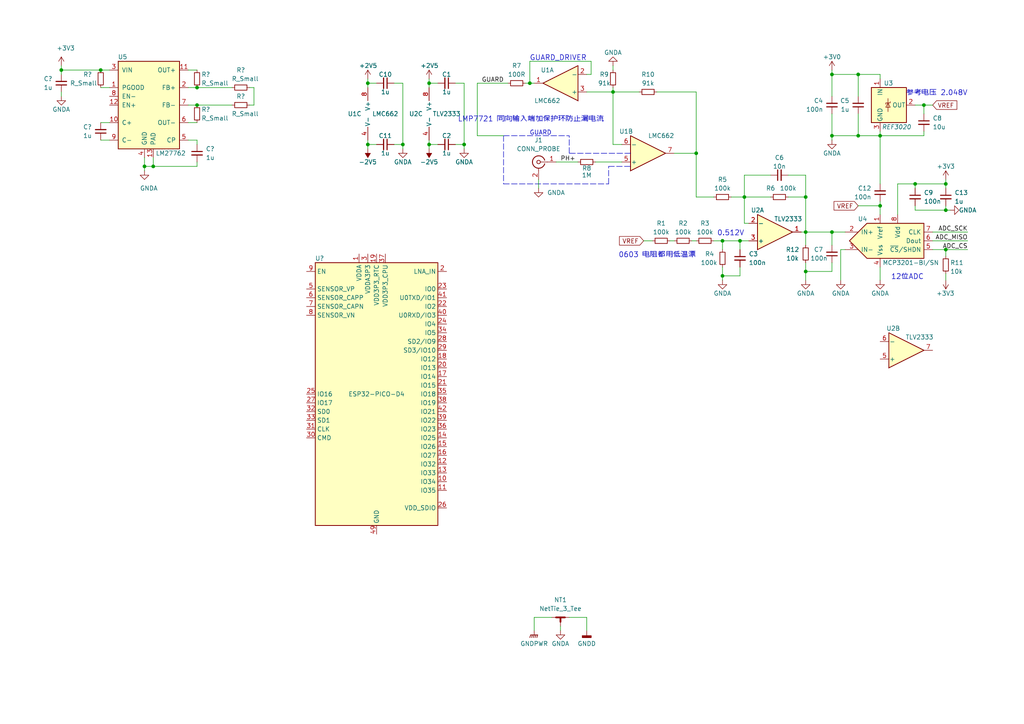
<source format=kicad_sch>
(kicad_sch (version 20210126) (generator eeschema)
  (paper "A4")
  (lib_symbols
    (symbol "Amplifier_Operational:MCP6002-xSN" (pin_names (offset 0.127))
      (property "Reference" "U" (at 0 5.08 0))
      (property "Value" "MCP6002-xSN" (at 0 -5.08 0))
      (symbol "MCP6002-xSN_1_1"
        (polyline (pts (xy -5.08 5.08) (xy 5.08 0) (xy -5.08 -5.08) (xy -5.08 5.08)) (stroke (width 0.254)) (fill (type background)))
        (pin output line (at 7.62 0 180) (length 2.54) (name "~") (number "1"))
        (pin input line (at -7.62 -2.54 0) (length 2.54) (name "-") (number "2"))
        (pin input line (at -7.62 2.54 0) (length 2.54) (name "+") (number "3"))
      )
      (symbol "MCP6002-xSN_2_1"
        (polyline (pts (xy -5.08 5.08) (xy 5.08 0) (xy -5.08 -5.08) (xy -5.08 5.08)) (stroke (width 0.254)) (fill (type background)))
        (pin input line (at -7.62 2.54 0) (length 2.54) (name "+") (number "5"))
        (pin input line (at -7.62 -2.54 0) (length 2.54) (name "-") (number "6"))
        (pin output line (at 7.62 0 180) (length 2.54) (name "~") (number "7"))
      )
      (symbol "MCP6002-xSN_3_1"
        (pin power_in line (at -2.54 -7.62 90) (length 3.81) (name "V-") (number "4"))
        (pin power_in line (at -2.54 7.62 270) (length 3.81) (name "V+") (number "8"))
      )
    )
    (symbol "Analog_ADC:MCP3201" (pin_names (offset 0.762))
      (property "Reference" "U" (at 3.81 8.89 0))
      (property "Value" "MCP3201" (at 3.81 6.35 0))
      (symbol "MCP3201_0_0"
        (polyline (pts (xy -11.43 0) (xy -6.35 5.08) (xy 10.16 5.08) (xy 10.16 -5.08) (xy -6.35 -5.08) (xy -11.43 0)) (stroke (width 0.254)) (fill (type background)))
      )
      (symbol "MCP3201_1_1"
        (pin power_in line (at -2.54 7.62 270) (length 2.54) (name "Vref") (number "1"))
        (pin input line (at -12.7 2.54 0) (length 3.81) (name "IN+") (number "2"))
        (pin input line (at -12.7 -2.54 0) (length 3.81) (name "IN-") (number "3"))
        (pin power_in line (at -2.54 -7.62 90) (length 2.54) (name "Vss") (number "4"))
        (pin input line (at 12.7 -2.54 180) (length 2.54) (name "~CS~/SHDN") (number "5"))
        (pin output line (at 12.7 0 180) (length 2.54) (name "Dout") (number "6"))
        (pin input line (at 12.7 2.54 180) (length 2.54) (name "CLK") (number "7"))
        (pin power_in line (at 2.54 7.62 270) (length 2.54) (name "Vdd") (number "8"))
      )
    )
    (symbol "Connector:Conn_Coaxial" (pin_names (offset 1.016) hide)
      (property "Reference" "J" (at 0.254 3.048 0))
      (property "Value" "Conn_Coaxial" (at 2.921 0 90))
      (symbol "Conn_Coaxial_0_1"
        (arc (start -1.778 0.508) (end 1.778 0) (radius (at -0.0508 0) (length 1.8034) (angles 163.6 0)) (stroke (width 0.254)))
        (arc (start 1.778 0) (end -1.778 -0.508) (radius (at -0.0254 0) (length 1.8034) (angles 0 -163.8)) (stroke (width 0.254)))
        (circle (center 0 0) (radius 0.508) (stroke (width 0.2032)))
        (polyline (pts (xy -2.54 0) (xy -0.508 0)))
        (polyline (pts (xy 0 -2.54) (xy 0 -1.778)))
      )
      (symbol "Conn_Coaxial_1_1"
        (pin passive line (at -5.08 0 0) (length 2.54) (name "In") (number "1"))
        (pin passive line (at 0 -5.08 90) (length 2.54) (name "Ext") (number "2"))
      )
    )
    (symbol "Device:C_Small" (pin_numbers hide) (pin_names (offset 0.254) hide)
      (property "Reference" "C" (at 0.254 1.778 0))
      (property "Value" "C_Small" (at 0.254 -2.032 0))
      (symbol "C_Small_0_1"
        (polyline (pts (xy -1.524 -0.508) (xy 1.524 -0.508)) (stroke (width 0.3302)))
        (polyline (pts (xy -1.524 0.508) (xy 1.524 0.508)) (stroke (width 0.3048)))
      )
      (symbol "C_Small_1_1"
        (pin passive line (at 0 2.54 270) (length 2.032) (name "~") (number "1"))
        (pin passive line (at 0 -2.54 90) (length 2.032) (name "~") (number "2"))
      )
    )
    (symbol "Device:NetTie_3_Tee" (pin_numbers hide) (pin_names (offset 0) hide)
      (property "Reference" "NT" (at 0 3.175 0))
      (property "Value" "NetTie_3_Tee" (at 0 1.27 0))
      (symbol "NetTie_3_Tee_0_1"
        (polyline (pts (xy -1.27 0) (xy 1.27 0)) (stroke (width 0.508)))
        (polyline (pts (xy -1.27 0) (xy 1.27 0)) (stroke (width 0.254)))
        (polyline (pts (xy 0 -2.54) (xy 0 -2.54)) (stroke (width 0.254)))
        (polyline (pts (xy 0 -1.27) (xy 0 0)) (stroke (width 0.508)))
      )
      (symbol "NetTie_3_Tee_1_1"
        (pin passive line (at -2.54 0 0) (length 2.54) (name "1") (number "1"))
        (pin passive line (at 2.54 0 180) (length 2.54) (name "2") (number "2"))
        (pin passive line (at 0 -2.54 90) (length 2.54) (name "3") (number "3"))
      )
    )
    (symbol "Device:R_Small" (pin_numbers hide) (pin_names (offset 0.254) hide)
      (property "Reference" "R" (at 0.762 0.508 0))
      (property "Value" "R_Small" (at 0.762 -1.016 0))
      (symbol "R_Small_0_1"
        (rectangle (start -0.762 1.778) (end 0.762 -1.778) (stroke (width 0.2032)))
      )
      (symbol "R_Small_1_1"
        (pin passive line (at 0 2.54 270) (length 0.762) (name "~") (number "1"))
        (pin passive line (at 0 -2.54 90) (length 0.762) (name "~") (number "2"))
      )
    )
    (symbol "RF_Module:ESP32-PICO-D4"
      (property "Reference" "U" (at -17.78 39.37 0))
      (property "Value" "ESP32-PICO-D4" (at 3.81 39.37 0))
      (symbol "ESP32-PICO-D4_0_0"
        (pin power_in line (at -5.08 40.64 270) (length 2.54) (name "VDDA") (number "1"))
        (pin input line (at 20.32 -25.4 180) (length 2.54) (name "IO34") (number "10"))
        (pin input line (at 20.32 -27.94 180) (length 2.54) (name "IO35") (number "11"))
        (pin bidirectional line (at 20.32 -20.32 180) (length 2.54) (name "IO32") (number "12"))
        (pin bidirectional line (at 20.32 -22.86 180) (length 2.54) (name "IO33") (number "13"))
        (pin bidirectional line (at 20.32 -12.7 180) (length 2.54) (name "IO25") (number "14"))
        (pin bidirectional line (at 20.32 -15.24 180) (length 2.54) (name "IO26") (number "15"))
        (pin bidirectional line (at 20.32 -17.78 180) (length 2.54) (name "IO27") (number "16"))
        (pin bidirectional line (at 20.32 5.08 180) (length 2.54) (name "IO14") (number "17"))
        (pin bidirectional line (at 20.32 10.16 180) (length 2.54) (name "IO12") (number "18"))
        (pin power_in line (at 0 40.64 270) (length 2.54) (name "VDD3P3_RTC") (number "19"))
        (pin bidirectional line (at 20.32 35.56 180) (length 2.54) (name "LNA_IN") (number "2"))
        (pin bidirectional line (at 20.32 7.62 180) (length 2.54) (name "IO13") (number "20"))
        (pin bidirectional line (at 20.32 2.54 180) (length 2.54) (name "IO15") (number "21"))
        (pin bidirectional line (at 20.32 25.4 180) (length 2.54) (name "IO2") (number "22"))
        (pin bidirectional line (at 20.32 30.48 180) (length 2.54) (name "IO0") (number "23"))
        (pin bidirectional line (at 20.32 20.32 180) (length 2.54) (name "IO4") (number "24"))
        (pin bidirectional line (at -20.32 0 0) (length 2.54) (name "IO16") (number "25"))
        (pin power_out line (at 20.32 -33.02 180) (length 2.54) (name "VDD_SDIO") (number "26"))
        (pin bidirectional line (at -20.32 -2.54 0) (length 2.54) (name "IO17") (number "27"))
        (pin bidirectional line (at 20.32 15.24 180) (length 2.54) (name "SD2/IO9") (number "28"))
        (pin bidirectional line (at 20.32 12.7 180) (length 2.54) (name "SD3/IO10") (number "29"))
        (pin power_in line (at -2.54 40.64 270) (length 2.54) (name "VDDA3P3") (number "3"))
        (pin bidirectional line (at -20.32 -12.7 0) (length 2.54) (name "CMD") (number "30"))
        (pin bidirectional line (at -20.32 -10.16 0) (length 2.54) (name "CLK") (number "31"))
        (pin bidirectional line (at -20.32 -5.08 0) (length 2.54) (name "SD0") (number "32"))
        (pin bidirectional line (at -20.32 -7.62 0) (length 2.54) (name "SD1") (number "33"))
        (pin bidirectional line (at 20.32 17.78 180) (length 2.54) (name "IO5") (number "34"))
        (pin bidirectional line (at 20.32 0 180) (length 2.54) (name "IO18") (number "35"))
        (pin bidirectional line (at 20.32 -10.16 180) (length 2.54) (name "IO23") (number "36"))
        (pin power_in line (at 2.54 40.64 270) (length 2.54) (name "VDD3P3_CPU") (number "37"))
        (pin bidirectional line (at 20.32 -2.54 180) (length 2.54) (name "IO19") (number "38"))
        (pin bidirectional line (at 20.32 -7.62 180) (length 2.54) (name "IO22") (number "39"))
        (pin passive line (at -2.54 40.64 270) (length 2.54) hide (name "VDDA3P3") (number "4"))
        (pin bidirectional line (at 20.32 22.86 180) (length 2.54) (name "U0RXD/IO3") (number "40"))
        (pin bidirectional line (at 20.32 27.94 180) (length 2.54) (name "U0TXD/IO1") (number "41"))
        (pin bidirectional line (at 20.32 -5.08 180) (length 2.54) (name "IO21") (number "42"))
        (pin passive line (at -5.08 40.64 270) (length 2.54) hide (name "VDDA") (number "43"))
        (pin no_connect line (at -17.78 -25.4 0) (length 2.54) hide (name "XTAL_N_NC") (number "44"))
        (pin no_connect line (at -17.78 -27.94 0) (length 2.54) hide (name "XTAL_P_NC") (number "45"))
        (pin passive line (at -5.08 40.64 270) (length 2.54) hide (name "VDDA") (number "46"))
        (pin no_connect line (at -17.78 -30.48 0) (length 2.54) hide (name "CAP2_NC") (number "47"))
        (pin no_connect line (at -17.78 -33.02 0) (length 2.54) hide (name "CAP1_NC") (number "48"))
        (pin power_in line (at 0 -40.64 90) (length 2.54) (name "GND") (number "49"))
        (pin input line (at -20.32 30.48 0) (length 2.54) (name "SENSOR_VP") (number "5"))
        (pin input line (at -20.32 27.94 0) (length 2.54) (name "SENSOR_CAPP") (number "6"))
        (pin input line (at -20.32 25.4 0) (length 2.54) (name "SENSOR_CAPN") (number "7"))
        (pin input line (at -20.32 22.86 0) (length 2.54) (name "SENSOR_VN") (number "8"))
        (pin input line (at -20.32 35.56 0) (length 2.54) (name "EN") (number "9"))
      )
      (symbol "ESP32-PICO-D4_0_1"
        (rectangle (start -17.78 38.1) (end 17.78 -38.1) (stroke (width 0.254)) (fill (type background)))
      )
    )
    (symbol "Reference_Voltage:REF3020" (pin_names (offset 0.254))
      (property "Reference" "U" (at 0 6.35 0))
      (property "Value" "REF3020" (at 2.54 -6.35 0))
      (symbol "REF3020_0_1"
        (rectangle (start -5.08 5.08) (end 5.08 -5.08) (stroke (width 0.254)) (fill (type background)))
        (polyline (pts (xy -0.254 1.905) (xy -0.254 -1.905)))
        (polyline (pts (xy -0.889 -0.635) (xy 0.381 -0.635) (xy -0.254 0.635) (xy -0.889 -0.635)))
        (polyline (pts (xy 0.381 1.016) (xy 0.381 0.635) (xy -0.889 0.635) (xy -0.889 0.254)))
      )
      (symbol "REF3020_1_1"
        (pin power_in line (at -2.54 7.62 270) (length 2.54) (name "IN") (number "1"))
        (pin power_out line (at 7.62 0 180) (length 2.54) (name "OUT") (number "2"))
        (pin power_in line (at -2.54 -7.62 90) (length 2.54) (name "GND") (number "3"))
      )
    )
    (symbol "Regulator_SwitchedCapacitor:LM27762" (pin_names (offset 1.016))
      (property "Reference" "U" (at -6.604 8.89 0))
      (property "Value" "LM27762" (at 6.096 8.89 0))
      (symbol "LM27762_0_1"
        (rectangle (start -7.62 7.62) (end 10.16 -17.78) (stroke (width 0.254)) (fill (type background)))
      )
      (symbol "LM27762_1_1"
        (pin open_collector line (at -10.16 0 0) (length 2.54) (name "PGOOD") (number "1"))
        (pin passive line (at -10.16 -10.16 0) (length 2.54) (name "C+") (number "10"))
        (pin power_out line (at 12.7 5.08 180) (length 2.54) (name "OUT+") (number "11"))
        (pin input line (at -10.16 -5.08 0) (length 2.54) (name "EN+") (number "12"))
        (pin power_in line (at 2.54 -20.32 90) (length 2.54) (name "PAD") (number "13"))
        (pin input line (at 12.7 0 180) (length 2.54) (name "FB+") (number "2"))
        (pin power_in line (at -10.16 5.08 0) (length 2.54) (name "VIN") (number "3"))
        (pin power_in line (at 0 -20.32 90) (length 2.54) (name "GND") (number "4"))
        (pin passive line (at 12.7 -15.24 180) (length 2.54) (name "CP") (number "5"))
        (pin power_out line (at 12.7 -10.16 180) (length 2.54) (name "OUT-") (number "6"))
        (pin input line (at 12.7 -5.08 180) (length 2.54) (name "FB-") (number "7"))
        (pin input line (at -10.16 -2.54 0) (length 2.54) (name "EN-") (number "8"))
        (pin passive line (at -10.16 -15.24 0) (length 2.54) (name "C-") (number "9"))
      )
    )
    (symbol "power:+2V5" (power) (pin_names (offset 0))
      (property "Value" "+2V5" (at 0 3.556 0))
      (symbol "+2V5_0_1"
        (polyline (pts (xy -0.762 1.27) (xy 0 2.54)))
        (polyline (pts (xy 0 0) (xy 0 2.54)))
        (polyline (pts (xy 0 2.54) (xy 0.762 1.27)))
      )
      (symbol "+2V5_1_1"
        (pin power_in line (at 0 0 90) (length 0) hide (name "+2V5") (number "1"))
      )
    )
    (symbol "power:+3V0" (power) (pin_names (offset 0))
      (property "Value" "+3V0" (at 0 3.556 0))
      (symbol "+3V0_0_1"
        (polyline (pts (xy -0.762 1.27) (xy 0 2.54)))
        (polyline (pts (xy 0 0) (xy 0 2.54)))
        (polyline (pts (xy 0 2.54) (xy 0.762 1.27)))
      )
      (symbol "+3V0_1_1"
        (pin power_in line (at 0 0 90) (length 0) hide (name "+3V0") (number "1"))
      )
    )
    (symbol "power:+3V3" (power) (pin_names (offset 0))
      (property "Value" "+3V3" (at 0 3.556 0))
      (symbol "+3V3_0_1"
        (polyline (pts (xy -0.762 1.27) (xy 0 2.54)))
        (polyline (pts (xy 0 0) (xy 0 2.54)))
        (polyline (pts (xy 0 2.54) (xy 0.762 1.27)))
      )
      (symbol "+3V3_1_1"
        (pin power_in line (at 0 0 90) (length 0) hide (name "+3V3") (number "1"))
      )
    )
    (symbol "power:-2V5" (power) (pin_names (offset 0))
      (property "Value" "-2V5" (at 0 3.81 0))
      (symbol "-2V5_0_0"
        (pin power_in line (at 0 0 90) (length 0) hide (name "-2V5") (number "1"))
      )
      (symbol "-2V5_0_1"
        (polyline (pts (xy 0 0) (xy 0 1.27) (xy 0.762 1.27) (xy 0 2.54) (xy -0.762 1.27) (xy 0 1.27)) (fill (type outline)))
      )
    )
    (symbol "power:GNDA" (power) (pin_names (offset 0))
      (property "Value" "GNDA" (at 0 -3.81 0))
      (symbol "GNDA_0_1"
        (polyline (pts (xy 0 0) (xy 0 -1.27) (xy 1.27 -1.27) (xy 0 -2.54) (xy -1.27 -1.27) (xy 0 -1.27)))
      )
      (symbol "GNDA_1_1"
        (pin power_in line (at 0 0 270) (length 0) hide (name "GNDA") (number "1"))
      )
    )
    (symbol "power:GNDD" (power) (pin_names (offset 0))
      (property "Value" "GNDD" (at 0 -3.175 0))
      (symbol "GNDD_0_1"
        (rectangle (start -1.27 -1.524) (end 1.27 -2.032) (stroke (width 0.254)) (fill (type outline)))
        (polyline (pts (xy 0 0) (xy 0 -1.524)))
      )
      (symbol "GNDD_1_1"
        (pin power_in line (at 0 0 270) (length 0) hide (name "GNDD") (number "1"))
      )
    )
    (symbol "power:GNDPWR" (power) (pin_names (offset 0))
      (property "Value" "GNDPWR" (at 0 -3.302 0))
      (symbol "GNDPWR_0_1"
        (polyline (pts (xy 0 -1.27) (xy 0 0)))
        (polyline (pts (xy -1.016 -1.27) (xy -1.27 -2.032) (xy -1.27 -2.032)) (stroke (width 0.2032)))
        (polyline (pts (xy -0.508 -1.27) (xy -0.762 -2.032) (xy -0.762 -2.032)) (stroke (width 0.2032)))
        (polyline (pts (xy 0 -1.27) (xy -0.254 -2.032) (xy -0.254 -2.032)) (stroke (width 0.2032)))
        (polyline (pts (xy 0.508 -1.27) (xy 0.254 -2.032) (xy 0.254 -2.032)) (stroke (width 0.2032)))
        (polyline (pts (xy 1.016 -1.27) (xy -1.016 -1.27) (xy -1.016 -1.27)) (stroke (width 0.2032)))
        (polyline (pts (xy 1.016 -1.27) (xy 0.762 -2.032) (xy 0.762 -2.032) (xy 0.762 -2.032)) (stroke (width 0.2032)))
      )
      (symbol "GNDPWR_1_1"
        (pin power_in line (at 0 0 270) (length 0) hide (name "GNDPWR") (number "1"))
      )
    )
  )
  (junction (at 17.78 20.32) (diameter 0.9144))
  (junction (at 29.21 20.32) (diameter 0.9144))
  (junction (at 41.91 48.26) (diameter 0.9144))
  (junction (at 44.45 48.26) (diameter 0.9144))
  (junction (at 57.15 25.4) (diameter 0.9144))
  (junction (at 57.15 30.48) (diameter 0.9144))
  (junction (at 106.68 24.13) (diameter 0.9144))
  (junction (at 106.68 41.91) (diameter 0.9144))
  (junction (at 116.84 41.91) (diameter 0.9144))
  (junction (at 124.46 24.13) (diameter 0.9144))
  (junction (at 124.46 41.91) (diameter 0.9144))
  (junction (at 134.62 41.91) (diameter 0.9144))
  (junction (at 153.67 24.13) (diameter 0.9144))
  (junction (at 177.8 26.67) (diameter 0.9144))
  (junction (at 201.93 44.45) (diameter 0.9144))
  (junction (at 209.55 69.85) (diameter 0.9144))
  (junction (at 209.55 80.01) (diameter 0.9144))
  (junction (at 214.63 69.85) (diameter 0.9144))
  (junction (at 215.9 57.15) (diameter 0.9144))
  (junction (at 233.68 57.15) (diameter 0.9144))
  (junction (at 233.68 67.31) (diameter 0.9144))
  (junction (at 233.68 78.74) (diameter 0.9144))
  (junction (at 241.3 21.59) (diameter 0.9144))
  (junction (at 241.3 39.37) (diameter 0.9144))
  (junction (at 241.3 67.31) (diameter 0.9144))
  (junction (at 248.92 21.59) (diameter 0.9144))
  (junction (at 248.92 39.37) (diameter 0.9144))
  (junction (at 255.27 39.37) (diameter 0.9144))
  (junction (at 255.27 59.69) (diameter 0.9144))
  (junction (at 265.43 53.34) (diameter 0.9144))
  (junction (at 267.97 30.48) (diameter 0.9144))
  (junction (at 274.32 53.34) (diameter 0.9144))
  (junction (at 274.32 60.96) (diameter 0.9144))
  (junction (at 274.32 72.39) (diameter 0.9144))
  (wire (pts (xy 17.78 19.05) (xy 17.78 20.32)))
  (wire (pts (xy 17.78 20.32) (xy 29.21 20.32)))
  (wire (pts (xy 17.78 21.59) (xy 17.78 20.32)))
  (wire (pts (xy 17.78 26.67) (xy 17.78 27.94)))
  (wire (pts (xy 29.21 20.32) (xy 31.75 20.32)))
  (wire (pts (xy 29.21 25.4) (xy 31.75 25.4)))
  (wire (pts (xy 29.21 35.56) (xy 31.75 35.56)))
  (wire (pts (xy 29.21 40.64) (xy 31.75 40.64)))
  (wire (pts (xy 41.91 45.72) (xy 41.91 48.26)))
  (wire (pts (xy 41.91 48.26) (xy 41.91 49.53)))
  (wire (pts (xy 41.91 48.26) (xy 44.45 48.26)))
  (wire (pts (xy 44.45 45.72) (xy 44.45 48.26)))
  (wire (pts (xy 44.45 48.26) (xy 57.15 48.26)))
  (wire (pts (xy 54.61 20.32) (xy 57.15 20.32)))
  (wire (pts (xy 54.61 25.4) (xy 57.15 25.4)))
  (wire (pts (xy 54.61 30.48) (xy 57.15 30.48)))
  (wire (pts (xy 54.61 35.56) (xy 57.15 35.56)))
  (wire (pts (xy 54.61 40.64) (xy 57.15 40.64)))
  (wire (pts (xy 57.15 25.4) (xy 67.31 25.4)))
  (wire (pts (xy 57.15 30.48) (xy 67.31 30.48)))
  (wire (pts (xy 57.15 40.64) (xy 57.15 41.91)))
  (wire (pts (xy 57.15 46.99) (xy 57.15 48.26)))
  (wire (pts (xy 72.39 25.4) (xy 73.66 25.4)))
  (wire (pts (xy 72.39 30.48) (xy 73.66 30.48)))
  (wire (pts (xy 73.66 25.4) (xy 73.66 30.48)))
  (wire (pts (xy 106.68 22.86) (xy 106.68 24.13)))
  (wire (pts (xy 106.68 24.13) (xy 106.68 25.4)))
  (wire (pts (xy 106.68 24.13) (xy 109.22 24.13)))
  (wire (pts (xy 106.68 40.64) (xy 106.68 41.91)))
  (wire (pts (xy 106.68 41.91) (xy 106.68 43.18)))
  (wire (pts (xy 106.68 41.91) (xy 109.22 41.91)))
  (wire (pts (xy 114.3 24.13) (xy 116.84 24.13)))
  (wire (pts (xy 114.3 41.91) (xy 116.84 41.91)))
  (wire (pts (xy 116.84 41.91) (xy 116.84 24.13)))
  (wire (pts (xy 116.84 41.91) (xy 116.84 43.18)))
  (wire (pts (xy 124.46 22.86) (xy 124.46 24.13)))
  (wire (pts (xy 124.46 24.13) (xy 124.46 25.4)))
  (wire (pts (xy 124.46 24.13) (xy 127 24.13)))
  (wire (pts (xy 124.46 40.64) (xy 124.46 41.91)))
  (wire (pts (xy 124.46 41.91) (xy 124.46 43.18)))
  (wire (pts (xy 124.46 41.91) (xy 127 41.91)))
  (wire (pts (xy 132.08 24.13) (xy 134.62 24.13)))
  (wire (pts (xy 132.08 41.91) (xy 134.62 41.91)))
  (wire (pts (xy 134.62 41.91) (xy 134.62 24.13)))
  (wire (pts (xy 134.62 41.91) (xy 134.62 43.18)))
  (wire (pts (xy 138.43 24.13) (xy 138.43 39.37)))
  (wire (pts (xy 138.43 39.37) (xy 146.05 39.37)))
  (wire (pts (xy 147.32 24.13) (xy 138.43 24.13)))
  (wire (pts (xy 153.67 17.78) (xy 153.67 24.13)))
  (wire (pts (xy 153.67 24.13) (xy 152.4 24.13)))
  (wire (pts (xy 154.94 24.13) (xy 153.67 24.13)))
  (wire (pts (xy 154.94 179.07) (xy 154.94 182.88)))
  (wire (pts (xy 156.21 52.07) (xy 156.21 54.61)))
  (wire (pts (xy 160.02 179.07) (xy 154.94 179.07)))
  (wire (pts (xy 161.29 46.99) (xy 167.64 46.99)))
  (wire (pts (xy 162.56 181.61) (xy 162.56 182.88)))
  (wire (pts (xy 165.1 179.07) (xy 170.18 179.07)))
  (wire (pts (xy 170.18 21.59) (xy 171.45 21.59)))
  (wire (pts (xy 170.18 26.67) (xy 177.8 26.67)))
  (wire (pts (xy 170.18 179.07) (xy 170.18 182.88)))
  (wire (pts (xy 171.45 17.78) (xy 153.67 17.78)))
  (wire (pts (xy 171.45 21.59) (xy 171.45 17.78)))
  (wire (pts (xy 172.72 46.99) (xy 180.34 46.99)))
  (wire (pts (xy 177.8 19.05) (xy 177.8 20.32)))
  (wire (pts (xy 177.8 25.4) (xy 177.8 26.67)))
  (wire (pts (xy 177.8 26.67) (xy 177.8 41.91)))
  (wire (pts (xy 177.8 41.91) (xy 180.34 41.91)))
  (wire (pts (xy 185.42 26.67) (xy 177.8 26.67)))
  (wire (pts (xy 186.69 69.85) (xy 189.23 69.85)))
  (wire (pts (xy 190.5 26.67) (xy 201.93 26.67)))
  (wire (pts (xy 194.31 69.85) (xy 195.58 69.85)))
  (wire (pts (xy 200.66 69.85) (xy 201.93 69.85)))
  (wire (pts (xy 201.93 26.67) (xy 201.93 44.45)))
  (wire (pts (xy 201.93 44.45) (xy 195.58 44.45)))
  (wire (pts (xy 201.93 44.45) (xy 201.93 57.15)))
  (wire (pts (xy 201.93 57.15) (xy 207.01 57.15)))
  (wire (pts (xy 207.01 69.85) (xy 209.55 69.85)))
  (wire (pts (xy 209.55 69.85) (xy 209.55 72.39)))
  (wire (pts (xy 209.55 69.85) (xy 214.63 69.85)))
  (wire (pts (xy 209.55 77.47) (xy 209.55 80.01)))
  (wire (pts (xy 209.55 80.01) (xy 209.55 81.28)))
  (wire (pts (xy 209.55 80.01) (xy 214.63 80.01)))
  (wire (pts (xy 212.09 57.15) (xy 215.9 57.15)))
  (wire (pts (xy 214.63 69.85) (xy 214.63 72.39)))
  (wire (pts (xy 214.63 69.85) (xy 217.17 69.85)))
  (wire (pts (xy 214.63 77.47) (xy 214.63 80.01)))
  (wire (pts (xy 215.9 50.8) (xy 215.9 57.15)))
  (wire (pts (xy 215.9 57.15) (xy 215.9 64.77)))
  (wire (pts (xy 215.9 64.77) (xy 217.17 64.77)))
  (wire (pts (xy 223.52 50.8) (xy 215.9 50.8)))
  (wire (pts (xy 223.52 57.15) (xy 215.9 57.15)))
  (wire (pts (xy 228.6 50.8) (xy 233.68 50.8)))
  (wire (pts (xy 228.6 57.15) (xy 233.68 57.15)))
  (wire (pts (xy 232.41 67.31) (xy 233.68 67.31)))
  (wire (pts (xy 233.68 50.8) (xy 233.68 57.15)))
  (wire (pts (xy 233.68 57.15) (xy 233.68 67.31)))
  (wire (pts (xy 233.68 67.31) (xy 233.68 71.12)))
  (wire (pts (xy 233.68 67.31) (xy 241.3 67.31)))
  (wire (pts (xy 233.68 76.2) (xy 233.68 78.74)))
  (wire (pts (xy 233.68 78.74) (xy 233.68 81.28)))
  (wire (pts (xy 233.68 78.74) (xy 241.3 78.74)))
  (wire (pts (xy 241.3 20.32) (xy 241.3 21.59)))
  (wire (pts (xy 241.3 21.59) (xy 248.92 21.59)))
  (wire (pts (xy 241.3 27.94) (xy 241.3 21.59)))
  (wire (pts (xy 241.3 33.02) (xy 241.3 39.37)))
  (wire (pts (xy 241.3 39.37) (xy 241.3 40.64)))
  (wire (pts (xy 241.3 39.37) (xy 248.92 39.37)))
  (wire (pts (xy 241.3 67.31) (xy 241.3 71.12)))
  (wire (pts (xy 241.3 67.31) (xy 245.11 67.31)))
  (wire (pts (xy 241.3 76.2) (xy 241.3 78.74)))
  (wire (pts (xy 243.84 72.39) (xy 243.84 81.28)))
  (wire (pts (xy 245.11 72.39) (xy 243.84 72.39)))
  (wire (pts (xy 248.92 21.59) (xy 248.92 27.94)))
  (wire (pts (xy 248.92 21.59) (xy 255.27 21.59)))
  (wire (pts (xy 248.92 33.02) (xy 248.92 39.37)))
  (wire (pts (xy 248.92 39.37) (xy 255.27 39.37)))
  (wire (pts (xy 248.92 59.69) (xy 255.27 59.69)))
  (wire (pts (xy 255.27 21.59) (xy 255.27 22.86)))
  (wire (pts (xy 255.27 38.1) (xy 255.27 39.37)))
  (wire (pts (xy 255.27 39.37) (xy 255.27 53.34)))
  (wire (pts (xy 255.27 39.37) (xy 267.97 39.37)))
  (wire (pts (xy 255.27 58.42) (xy 255.27 59.69)))
  (wire (pts (xy 255.27 59.69) (xy 255.27 62.23)))
  (wire (pts (xy 255.27 77.47) (xy 255.27 81.28)))
  (wire (pts (xy 260.35 53.34) (xy 260.35 62.23)))
  (wire (pts (xy 260.35 53.34) (xy 265.43 53.34)))
  (wire (pts (xy 265.43 30.48) (xy 267.97 30.48)))
  (wire (pts (xy 265.43 53.34) (xy 265.43 54.61)))
  (wire (pts (xy 265.43 59.69) (xy 265.43 60.96)))
  (wire (pts (xy 265.43 60.96) (xy 274.32 60.96)))
  (wire (pts (xy 267.97 30.48) (xy 267.97 33.02)))
  (wire (pts (xy 267.97 30.48) (xy 270.51 30.48)))
  (wire (pts (xy 267.97 38.1) (xy 267.97 39.37)))
  (wire (pts (xy 270.51 67.31) (xy 280.67 67.31)))
  (wire (pts (xy 270.51 69.85) (xy 280.67 69.85)))
  (wire (pts (xy 270.51 72.39) (xy 274.32 72.39)))
  (wire (pts (xy 274.32 52.07) (xy 274.32 53.34)))
  (wire (pts (xy 274.32 53.34) (xy 265.43 53.34)))
  (wire (pts (xy 274.32 54.61) (xy 274.32 53.34)))
  (wire (pts (xy 274.32 59.69) (xy 274.32 60.96)))
  (wire (pts (xy 274.32 60.96) (xy 275.59 60.96)))
  (wire (pts (xy 274.32 72.39) (xy 274.32 74.295)))
  (wire (pts (xy 274.32 72.39) (xy 280.67 72.39)))
  (wire (pts (xy 274.32 79.375) (xy 274.32 81.28)))
  (polyline (pts (xy 146.05 39.37) (xy 146.05 53.34)) (stroke (width 0) (type dash)))
  (polyline (pts (xy 146.05 39.37) (xy 165.1 39.37)) (stroke (width 0) (type dash)))
  (polyline (pts (xy 146.05 53.34) (xy 176.53 53.34)) (stroke (width 0) (type dash)))
  (polyline (pts (xy 165.1 44.45) (xy 165.1 39.37)) (stroke (width 0) (type dash)))
  (polyline (pts (xy 176.53 48.26) (xy 182.88 48.26)) (stroke (width 0) (type dash)))
  (polyline (pts (xy 176.53 53.34) (xy 176.53 48.26)) (stroke (width 0) (type dash)))
  (polyline (pts (xy 182.88 44.45) (xy 165.1 44.45)) (stroke (width 0) (type dash)))
  (text "GUARD" (at 160.02 39.37 180) (effects (font (size 1.27 1.27)) (justify right bottom)))
  (text "GUARD_DRIVER" (at 170.18 17.78 180) (effects (font (size 1.5 1.5)) (justify right bottom)))
  (text "LMP7721 同向输入端加保护环防止漏电流" (at 175.26 35.56 180) (effects (font (size 1.5 1.5)) (justify right bottom)))
  (text "0603 电阻都用低温漂" (at 201.93 74.93 180) (effects (font (size 1.5 1.5)) (justify right bottom)))
  (text "0.512V" (at 215.9 68.58 180) (effects (font (size 1.5 1.5)) (justify right bottom)))
  (text "12位ADC" (at 267.97 81.28 180) (effects (font (size 1.5 1.5)) (justify right bottom)))
  (text "参考电压 2.048V" (at 280.67 27.94 180) (effects (font (size 1.5 1.5)) (justify right bottom)))
  (label "GUARD" (at 139.7 24.13 0))
  (label "PH+" (at 162.56 46.99 0))
  (label "ADC_SCK" (at 280.67 67.31 180))
  (label "ADC_MISO" (at 280.67 69.85 180))
  (label "ADC_CS" (at 280.67 72.39 180))
  (global_label "VREF" (shape input) (at 186.69 69.85 180) (property "Intersheet References" "${INTERSHEET_REFS}" (effects hide)))
  (global_label "VREF" (shape input) (at 248.92 59.69 180) (property "Intersheet References" "${INTERSHEET_REFS}" (effects hide)))
  (global_label "VREF" (shape input) (at 270.51 30.48 0) (property "Intersheet References" "${INTERSHEET_REFS}" (effects hide)))
  (symbol (lib_id "power:+3V3") (at 17.78 19.05 0) (unit 1)
    (property "Reference" "#PWR?" (effects hide))
    (property "Value" "+3V3" (at 19.05 13.97 0))
  )
  (symbol (lib_id "power:+2V5") (at 106.68 22.86 0) (unit 1)
    (property "Reference" "#PWR01" (effects hide))
    (property "Value" "+2V5" (at 104.14 19.05 0) (effects (justify left)))
  )
  (symbol (lib_id "power:-2V5") (at 106.68 43.18 180) (unit 1)
    (property "Reference" "#PWR02" (effects hide))
    (property "Value" "-2V5" (at 106.68 46.99 0))
  )
  (symbol (lib_id "power:+2V5") (at 124.46 22.86 0) (unit 1)
    (property "Reference" "#PWR06" (effects hide))
    (property "Value" "+2V5" (at 121.92 19.05 0) (effects (justify left)))
  )
  (symbol (lib_id "power:-2V5") (at 124.46 43.18 180) (unit 1)
    (property "Reference" "#PWR07" (effects hide))
    (property "Value" "-2V5" (at 124.46 46.99 0))
  )
  (symbol (lib_id "power:+3V0") (at 241.3 20.32 0) (unit 1)
    (property "Reference" "#PWR0102" (effects hide))
    (property "Value" "+3V0" (at 241.3 16.51 0))
  )
  (symbol (lib_id "power:+3V3") (at 274.32 52.07 0) (unit 1)
    (property "Reference" "#PWR09" (effects hide))
    (property "Value" "+3V3" (at 274.32 48.26 0))
  )
  (symbol (lib_id "power:+3V3") (at 274.32 81.28 180) (unit 1)
    (property "Reference" "#PWR0112" (effects hide))
    (property "Value" "+3V3" (at 276.86 85.09 0) (effects (justify left)))
  )
  (symbol (lib_id "power:GNDPWR") (at 154.94 182.88 0) (unit 1)
    (property "Reference" "#PWR0109" (effects hide))
    (property "Value" "GNDPWR" (at 154.94 186.69 0))
  )
  (symbol (lib_id "power:GNDD") (at 170.18 182.88 0) (unit 1)
    (property "Reference" "#PWR0107" (effects hide))
    (property "Value" "GNDD" (at 170.18 186.69 0))
  )
  (symbol (lib_id "power:GNDA") (at 17.78 27.94 0) (unit 1)
    (property "Reference" "#PWR?" (effects hide))
    (property "Value" "GNDA" (at 17.78 31.75 0))
  )
  (symbol (lib_id "power:GNDA") (at 41.91 49.53 0) (unit 1)
    (property "Reference" "#PWR?" (effects hide))
    (property "Value" "GNDA" (at 43.18 54.61 0))
  )
  (symbol (lib_id "power:GNDA") (at 116.84 43.18 0) (unit 1)
    (property "Reference" "#PWR03" (effects hide))
    (property "Value" "GNDA" (at 116.84 46.99 0))
  )
  (symbol (lib_id "power:GNDA") (at 134.62 43.18 0) (unit 1)
    (property "Reference" "#PWR08" (effects hide))
    (property "Value" "GNDA" (at 134.62 46.99 0))
  )
  (symbol (lib_id "power:GNDA") (at 156.21 54.61 0) (unit 1)
    (property "Reference" "#PWR04" (effects hide))
    (property "Value" "GNDA" (at 161.29 55.88 0))
  )
  (symbol (lib_id "power:GNDA") (at 162.56 182.88 0) (unit 1)
    (property "Reference" "#PWR0105" (effects hide))
    (property "Value" "GNDA" (at 162.56 186.69 0))
  )
  (symbol (lib_id "power:GNDA") (at 177.8 19.05 180) (unit 1)
    (property "Reference" "#PWR05" (effects hide))
    (property "Value" "GNDA" (at 177.8 15.24 0))
  )
  (symbol (lib_id "power:GNDA") (at 209.55 81.28 0) (unit 1)
    (property "Reference" "#PWR0103" (effects hide))
    (property "Value" "GNDA" (at 209.55 85.09 0))
  )
  (symbol (lib_id "power:GNDA") (at 233.68 81.28 0) (unit 1)
    (property "Reference" "#PWR010" (effects hide))
    (property "Value" "GNDA" (at 233.68 85.09 0))
  )
  (symbol (lib_id "power:GNDA") (at 241.3 40.64 0) (unit 1)
    (property "Reference" "#PWR0101" (effects hide))
    (property "Value" "GNDA" (at 241.3 44.45 0))
  )
  (symbol (lib_id "power:GNDA") (at 243.84 81.28 0) (unit 1)
    (property "Reference" "#PWR0108" (effects hide))
    (property "Value" "GNDA" (at 243.84 85.09 0))
  )
  (symbol (lib_id "power:GNDA") (at 255.27 81.28 0) (unit 1)
    (property "Reference" "#PWR0110" (effects hide))
    (property "Value" "GNDA" (at 255.27 85.09 0))
  )
  (symbol (lib_id "power:GNDA") (at 275.59 60.96 90) (unit 1)
    (property "Reference" "#PWR0111" (effects hide))
    (property "Value" "GNDA" (at 280.67 60.96 90))
  )
  (symbol (lib_id "Device:R_Small") (at 29.21 22.86 180) (unit 1)
    (property "Reference" "R?" (at 24.13 21.59 0) (effects (justify right)))
    (property "Value" "R_Small" (at 20.32 24.13 0) (effects (justify right)))
  )
  (symbol (lib_id "Device:R_Small") (at 57.15 22.86 0) (unit 1)
    (property "Reference" "R?" (at 58.42 21.59 0) (effects (justify left)))
    (property "Value" "R_Small" (at 58.42 24.13 0) (effects (justify left)))
  )
  (symbol (lib_id "Device:R_Small") (at 57.15 33.02 0) (unit 1)
    (property "Reference" "R?" (at 58.42 31.75 0) (effects (justify left)))
    (property "Value" "R_Small" (at 58.42 34.29 0) (effects (justify left)))
  )
  (symbol (lib_id "Device:R_Small") (at 69.85 25.4 90) (unit 1)
    (property "Reference" "R?" (at 69.85 20.32 90))
    (property "Value" "R_Small" (at 71.12 22.86 90))
  )
  (symbol (lib_id "Device:R_Small") (at 69.85 30.48 90) (unit 1)
    (property "Reference" "R?" (at 69.85 27.94 90))
    (property "Value" "R_Small" (at 71.12 33.02 90))
  )
  (symbol (lib_id "Device:R_Small") (at 149.86 24.13 90) (unit 1)
    (property "Reference" "R7" (at 149.86 19.05 90))
    (property "Value" "100R" (at 149.86 21.59 90))
  )
  (symbol (lib_id "Device:R_Small") (at 170.18 46.99 90) (unit 1)
    (property "Reference" "R8" (at 170.18 49.53 90) (effects (justify top)))
    (property "Value" "1M" (at 170.18 50.8 90))
  )
  (symbol (lib_id "Device:R_Small") (at 177.8 22.86 180) (unit 1)
    (property "Reference" "R9" (at 175.26 21.59 0))
    (property "Value" "91k" (at 175.26 24.13 0))
  )
  (symbol (lib_id "Device:R_Small") (at 187.96 26.67 90) (unit 1)
    (property "Reference" "R10" (at 187.96 21.59 90))
    (property "Value" "91k" (at 187.96 24.13 90))
  )
  (symbol (lib_id "Device:R_Small") (at 191.77 69.85 90) (unit 1)
    (property "Reference" "R1" (at 191.77 64.77 90))
    (property "Value" "100k" (at 191.77 67.31 90))
  )
  (symbol (lib_id "Device:R_Small") (at 198.12 69.85 90) (unit 1)
    (property "Reference" "R2" (at 198.12 64.77 90))
    (property "Value" "100k" (at 198.12 67.31 90))
  )
  (symbol (lib_id "Device:R_Small") (at 204.47 69.85 90) (unit 1)
    (property "Reference" "R3" (at 204.47 64.77 90))
    (property "Value" "100k" (at 204.47 67.31 90))
  )
  (symbol (lib_id "Device:R_Small") (at 209.55 57.15 90) (unit 1)
    (property "Reference" "R5" (at 209.55 52.07 90))
    (property "Value" "100k" (at 209.55 54.61 90))
  )
  (symbol (lib_id "Device:R_Small") (at 209.55 74.93 0) (unit 1)
    (property "Reference" "R4" (at 204.47 73.66 0) (effects (justify left)))
    (property "Value" "100k" (at 203.2 76.2 0) (effects (justify left)))
  )
  (symbol (lib_id "Device:R_Small") (at 226.06 57.15 90) (unit 1)
    (property "Reference" "R6" (at 223.52 54.61 90))
    (property "Value" "100k" (at 228.6 54.61 90))
  )
  (symbol (lib_id "Device:R_Small") (at 233.68 73.66 180) (unit 1)
    (property "Reference" "R12" (at 229.87 72.39 0))
    (property "Value" "10k" (at 229.87 74.93 0))
  )
  (symbol (lib_id "Device:R_Small") (at 274.32 76.835 0) (unit 1)
    (property "Reference" "R11" (at 275.59 76.2 0) (effects (justify left)))
    (property "Value" "10k" (at 275.59 78.74 0) (effects (justify left)))
  )
  (symbol (lib_id "Device:NetTie_3_Tee") (at 162.56 179.07 0) (unit 1)
    (property "Reference" "NT1" (at 162.56 173.99 0))
    (property "Value" "NetTie_3_Tee" (at 162.56 176.53 0))
  )
  (symbol (lib_id "Device:C_Small") (at 17.78 24.13 0) (mirror x) (unit 1)
    (property "Reference" "C?" (at 15.24 22.86 0) (effects (justify right)))
    (property "Value" "1u" (at 15.24 25.4 0) (effects (justify right)))
  )
  (symbol (lib_id "Device:C_Small") (at 29.21 38.1 0) (mirror x) (unit 1)
    (property "Reference" "C?" (at 26.67 36.83 0) (effects (justify right)))
    (property "Value" "1u" (at 26.67 39.37 0) (effects (justify right)))
  )
  (symbol (lib_id "Device:C_Small") (at 57.15 44.45 0) (unit 1)
    (property "Reference" "C?" (at 59.69 43.18 0) (effects (justify left)))
    (property "Value" "1u" (at 59.69 45.72 0) (effects (justify left)))
  )
  (symbol (lib_id "Device:C_Small") (at 111.76 24.13 270) (unit 1)
    (property "Reference" "C10" (at 111.76 21.59 90))
    (property "Value" "1u" (at 111.76 26.67 90))
  )
  (symbol (lib_id "Device:C_Small") (at 111.76 41.91 270) (unit 1)
    (property "Reference" "C11" (at 111.76 39.37 90))
    (property "Value" "1u" (at 111.76 44.45 90))
  )
  (symbol (lib_id "Device:C_Small") (at 129.54 24.13 270) (unit 1)
    (property "Reference" "C1" (at 129.54 21.59 90))
    (property "Value" "1u" (at 129.54 26.67 90))
  )
  (symbol (lib_id "Device:C_Small") (at 129.54 41.91 270) (unit 1)
    (property "Reference" "C2" (at 129.54 39.37 90))
    (property "Value" "1u" (at 129.54 44.45 90))
  )
  (symbol (lib_id "Device:C_Small") (at 214.63 74.93 0) (unit 1)
    (property "Reference" "C3" (at 217.17 73.66 0) (effects (justify left)))
    (property "Value" "100n" (at 217.17 76.2 0) (effects (justify left)))
  )
  (symbol (lib_id "Device:C_Small") (at 226.06 50.8 90) (unit 1)
    (property "Reference" "C6" (at 226.06 45.72 90))
    (property "Value" "10n" (at 226.06 48.26 90))
  )
  (symbol (lib_id "Device:C_Small") (at 241.3 30.48 0) (mirror x) (unit 1)
    (property "Reference" "C4" (at 238.76 29.21 0) (effects (justify right)))
    (property "Value" "100n" (at 238.76 31.75 0) (effects (justify right)))
  )
  (symbol (lib_id "Device:C_Small") (at 241.3 73.66 0) (mirror x) (unit 1)
    (property "Reference" "C7" (at 238.76 72.39 0) (effects (justify right)))
    (property "Value" "100n" (at 240.03 74.93 0) (effects (justify right)))
  )
  (symbol (lib_id "Device:C_Small") (at 248.92 30.48 0) (mirror x) (unit 1)
    (property "Reference" "C5" (at 246.38 29.21 0) (effects (justify right)))
    (property "Value" "1u" (at 246.38 31.75 0) (effects (justify right)))
  )
  (symbol (lib_id "Device:C_Small") (at 255.27 55.88 0) (mirror x) (unit 1)
    (property "Reference" "C12" (at 252.73 54.61 0) (effects (justify right)))
    (property "Value" "100n" (at 252.73 57.15 0) (effects (justify right)))
  )
  (symbol (lib_id "Device:C_Small") (at 265.43 57.15 0) (unit 1)
    (property "Reference" "C9" (at 267.97 55.88 0) (effects (justify left)))
    (property "Value" "100n" (at 267.97 58.42 0) (effects (justify left)))
  )
  (symbol (lib_id "Device:C_Small") (at 267.97 35.56 0) (unit 1)
    (property "Reference" "C8" (at 270.51 34.29 0) (effects (justify left)))
    (property "Value" "10u" (at 270.51 36.83 0) (effects (justify left)))
  )
  (symbol (lib_id "Device:C_Small") (at 274.32 57.15 0) (unit 1)
    (property "Reference" "C13" (at 276.86 55.88 0) (effects (justify left)))
    (property "Value" "1u" (at 276.86 58.42 0) (effects (justify left)))
  )
  (symbol (lib_id "Amplifier_Operational:MCP6002-xSN") (at 109.22 33.02 0) (unit 3)
    (property "Reference" "U1" (at 102.87 33.02 0))
    (property "Value" "LMC662" (at 111.76 33.02 0))
    (property "Datasheet" "http://ww1.microchip.com/downloads/en/DeviceDoc/21733j.pdf" (effects hide))
  )
  (symbol (lib_id "Amplifier_Operational:MCP6002-xSN") (at 127 33.02 0) (unit 3)
    (property "Reference" "U2" (at 120.65 33.02 0))
    (property "Value" "TLV2333" (at 129.54 33.02 0))
    (property "Datasheet" "http://ww1.microchip.com/downloads/en/DeviceDoc/21733j.pdf" (effects hide))
  )
  (symbol (lib_id "Connector:Conn_Coaxial") (at 156.21 46.99 0) (mirror y) (unit 1)
    (property "Reference" "J1" (at 156.21 40.64 0))
    (property "Value" "CONN_PROBE" (at 156.21 43.18 0))
    (property "Datasheet" " ~" (effects hide))
  )
  (symbol (lib_id "Amplifier_Operational:MCP6002-xSN") (at 162.56 24.13 180) (unit 1)
    (property "Reference" "U1" (at 158.75 20.32 0))
    (property "Value" "LMC662" (at 158.75 29.21 0))
    (property "Datasheet" "http://ww1.microchip.com/downloads/en/DeviceDoc/21733j.pdf" (effects hide))
  )
  (symbol (lib_id "Amplifier_Operational:MCP6002-xSN") (at 187.96 44.45 0) (mirror x) (unit 2)
    (property "Reference" "U1" (at 181.61 38.1 0))
    (property "Value" "LMC662" (at 191.77 39.37 0))
    (property "Datasheet" "http://ww1.microchip.com/downloads/en/DeviceDoc/21733j.pdf" (effects hide))
  )
  (symbol (lib_id "Amplifier_Operational:MCP6002-xSN") (at 224.79 67.31 0) (mirror x) (unit 1)
    (property "Reference" "U2" (at 219.71 60.96 0))
    (property "Value" "TLV2333" (at 228.6 63.5 0))
    (property "Datasheet" "http://ww1.microchip.com/downloads/en/DeviceDoc/21733j.pdf" (effects hide))
  )
  (symbol (lib_id "Amplifier_Operational:MCP6002-xSN") (at 262.89 101.6 0) (mirror x) (unit 2)
    (property "Reference" "U2" (at 259.08 95.25 0))
    (property "Value" "TLV2333" (at 266.7 97.79 0))
    (property "Datasheet" "http://ww1.microchip.com/downloads/en/DeviceDoc/21733j.pdf" (effects hide))
  )
  (symbol (lib_id "Reference_Voltage:REF3020") (at 257.81 30.48 0) (unit 1)
    (property "Reference" "U3" (at 259.08 24.13 0) (effects (justify right)))
    (property "Value" "REF3020" (at 264.16 36.83 0) (effects (font italic) (justify right)))
    (property "Footprint" "Package_TO_SOT_SMD:SOT-23" (effects hide))
    (property "Datasheet" "http://www.ti.com/lit/ds/symlink/ref3033.pdf" (effects hide))
  )
  (symbol (lib_id "Analog_ADC:MCP3201") (at 257.81 69.85 0) (unit 1)
    (property "Reference" "U4" (at 250.19 63.5 0))
    (property "Value" "MCP3201-BI/SN" (at 264.16 76.2 0))
    (property "Datasheet" "http://ww1.microchip.com/downloads/en/DeviceDoc/21290D.pdf" (effects hide))
  )
  (symbol (lib_id "Regulator_SwitchedCapacitor:LM27762") (at 41.91 25.4 0) (unit 1)
    (property "Reference" "U5" (at 35.56 16.51 0))
    (property "Value" "LM27762" (at 49.53 44.45 0))
    (property "Footprint" "Package_SON:WSON-12-1EP_3x2mm_P0.5mm_EP1x2.65_ThermalVias" (effects hide))
    (property "Datasheet" "http://www.ti.com/lit/ds/symlink/lm27762.pdf" (effects hide))
  )
  (symbol (lib_id "RF_Module:ESP32-PICO-D4") (at 109.22 114.3 0) (unit 1)
    (property "Reference" "U?" (at 92.71 74.93 0))
    (property "Value" "ESP32-PICO-D4" (at 109.22 114.3 0))
    (property "Footprint" "Package_DFN_QFN:QFN-48-1EP_7x7mm_P0.5mm_EP5.3x5.3mm" (effects hide))
    (property "Datasheet" "https://www.espressif.com/sites/default/files/documentation/esp32-pico-d4_datasheet_en.pdf" (effects hide))
  )
)
</source>
